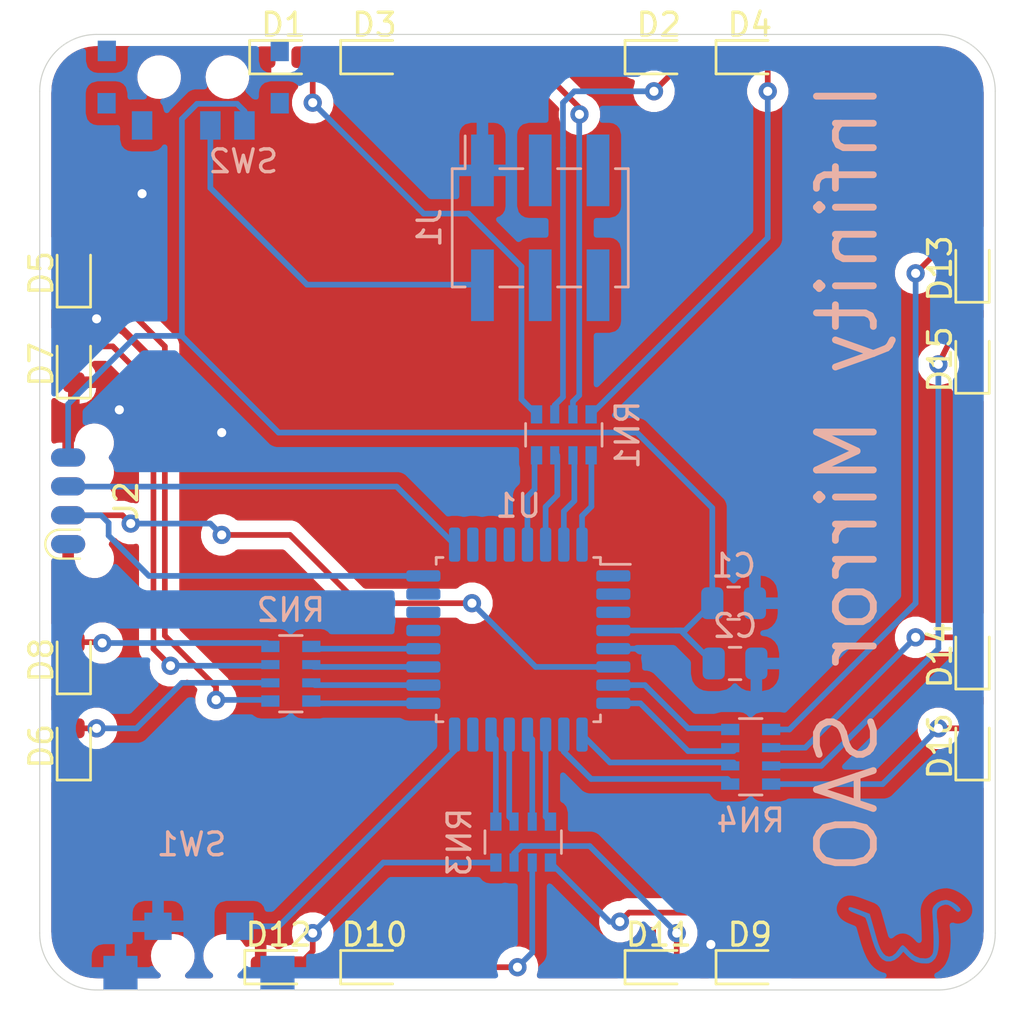
<source format=kicad_pcb>
(kicad_pcb (version 20200614) (host pcbnew "(5.99.0-2031-g4c5f3cb5b)")
  (layers (0 "F.Cu" signal) (31 "B.Cu" signal) (34 "B.Paste" user) (35 "F.Paste" user) (36 "B.SilkS" user) (37 "F.SilkS" user) (38 "B.Mask" user) (39 "F.Mask" user) (44 "Edge.Cuts" user))
  (net 0 "")
  (net 1 "VCC")
  (net 2 "VSS")
  (net 3 "Net-(D1-Pad2)")
  (net 4 "Net-(D2-Pad2)")
  (net 5 "Net-(D3-Pad2)")
  (net 6 "Net-(D4-Pad2)")
  (net 7 "Net-(D5-Pad2)")
  (net 8 "Net-(D6-Pad2)")
  (net 9 "Net-(D7-Pad2)")
  (net 10 "Net-(D8-Pad2)")
  (net 11 "Net-(D9-Pad2)")
  (net 12 "Net-(D10-Pad2)")
  (net 13 "Net-(D11-Pad2)")
  (net 14 "Net-(D12-Pad2)")
  (net 15 "Net-(D13-Pad2)")
  (net 16 "Net-(D14-Pad2)")
  (net 17 "Net-(D15-Pad2)")
  (net 18 "Net-(D16-Pad2)")
  (net 19 "Net-(J1-Pad6)")
  (net 20 "Net-(J1-Pad5)")
  (net 21 "Net-(J1-Pad4)")
  (net 22 "Net-(J1-Pad3)")
  (net 23 "SWDIO")
  (net 24 "SWCLK")
  (net 25 "NRST")
  (net 26 "Net-(J2-Pad3)")
  (net 27 "N_R1")
  (net 28 "N_B1")
  (net 29 "N_R2")
  (net 30 "N_B2")
  (net 31 "E_R1")
  (net 32 "E_B1")
  (net 33 "E_R2")
  (net 34 "E_B2")
  (net 35 "S_R1")
  (net 36 "S_B1")
  (net 37 "S_R2")
  (net 38 "S_B2")
  (net 39 "W_R1")
  (net 40 "W_B1")
  (net 41 "W_R2")
  (net 42 "W_B2")
  (net 43 "Button")
  (net 44 "Net-(SW2-Pad3)")
  (net 45 "Net-(U1-Pad28)")
  (net 46 "Net-(U1-Pad27)")
  (net 47 "Net-(U1-Pad26)")
  (net 48 "Net-(U1-Pad23)")
  (net 49 "Net-(U1-Pad22)")
  (net 50 "Net-(U1-Pad21)")
  (net 51 "Net-(U1-Pad15)")
  (net 52 "Net-(U1-Pad3)")
  (net 53 "Net-(U1-Pad2)")
  (net 54 "Net-(U1-Pad1)")
  (net 55 "Net-(J1-Pad2)")
  (net 56 "Net-(J2-Pad8)")
  (module "NFCBuisness:W" (layer "B.Cu") (at 126.5 72 180)
    (fp_text reference "Ref**" hide)
    (fp_text value "Val**" hide)
    (fp_poly (pts (xy -1.630587 2.420899) (xy -1.447524 2.328559) (xy -1.311592 2.194757) (xy -1.304211 2.183555) (xy -1.265704 2.11344) (xy -1.244213 2.038839) (xy -1.23774 1.938094) (xy -1.244287 1.789546) (xy -1.255088 1.651) (xy -1.268682 1.442824) (xy -1.279873 1.184894) (xy -1.287394 0.912114) (xy -1.289962 0.690936) (xy -1.289221 0.458958) (xy -1.284387 0.294975) (xy -1.273305 0.182336) (xy -1.25382 0.10439) (xy -1.223775 0.044488) (xy -1.202268 0.013603) (xy -1.116398 -0.071274) (xy -1.002822 -0.111004) (xy -0.929984 -0.119227) (xy -0.68211 -0.100096) (xy -0.454281 -0.00289) (xy -0.240656 0.175182) (xy -0.185776 0.236175) (xy -0.081108 0.349759) (xy 0.009066 0.431822) (xy 0.066141 0.465547) (xy 0.068112 0.465666) (xy 0.123755 0.432548) (xy 0.197182 0.348904) (xy 0.229505 0.301607) (xy 0.376869 0.110873) (xy 0.526913 -0.003226) (xy 0.674284 -0.03902) (xy 0.813631 0.005163) (xy 0.907971 0.089777) (xy 0.988653 0.198585) (xy 1.058934 0.326542) (xy 1.126082 0.490779) (xy 1.197364 0.708426) (xy 1.255985 0.910166) (xy 1.31545 1.12099) (xy 1.377683 1.340443) (xy 1.431333 1.528529) (xy 1.442246 1.566558) (xy 1.521416 1.84195) (xy 1.949565 2.005418) (xy 2.167567 2.084028) (xy 2.315998 2.126297) (xy 2.401001 2.133773) (xy 2.422145 2.124455) (xy 2.452677 2.065526) (xy 2.41974 2.005855) (xy 2.317286 1.940366) (xy 2.13927 1.863979) (xy 2.089887 1.8454) (xy 1.930263 1.78316) (xy 1.799296 1.726134) (xy 1.71927 1.684217) (xy 1.708527 1.676067) (xy 1.680315 1.619963) (xy 1.636526 1.498254) (xy 1.582553 1.327363) (xy 1.52379 1.123712) (xy 1.507251 1.063196) (xy 1.396737 0.68139) (xy 1.290651 0.376432) (xy 1.184846 0.140938) (xy 1.075173 -0.032475) (xy 0.957485 -0.15119) (xy 0.827635 -0.222591) (xy 0.776069 -0.238398) (xy 0.602379 -0.241191) (xy 0.418574 -0.174646) (xy 0.246259 -0.047924) (xy 0.192569 0.009056) (xy 0.041511 0.185533) (xy -0.128458 0.008645) (xy -0.312966 -0.157866) (xy -0.496288 -0.260737) (xy -0.709082 -0.314778) (xy -0.823587 -0.327186) (xy -0.981029 -0.333485) (xy -1.090094 -0.317957) (xy -1.185756 -0.27362) (xy -1.227666 -0.246552) (xy -1.355913 -0.118677) (xy -1.447302 0.068507) (xy -1.502345 0.318683) (xy -1.521551 0.635539) (xy -1.505431 1.022758) (xy -1.460818 1.436924) (xy -1.432055 1.688127) (xy -1.424811 1.871541) (xy -1.442863 2.002167) (xy -1.489991 2.095003) (xy -1.569973 2.165049) (xy -1.656298 2.212878) (xy -1.801342 2.257899) (xy -1.939703 2.239415) (xy -2.087459 2.15265) (xy -2.203421 2.05035) (xy -2.298884 1.96489) (xy -2.361491 1.934189) (xy -2.413708 1.94891) (xy -2.426473 1.957639) (xy -2.473927 2.002339) (xy -2.467648 2.051331) (xy -2.429475 2.110518) (xy -2.32004 2.223928) (xy -2.167499 2.330713) (xy -2.002595 2.413218) (xy -1.856072 2.453788) (xy -1.829026 2.455333) (xy -1.630587 2.420899)) (layer "B.Cu") (width 0.01))
  )
  (module "Connector_PinHeader_2.54mm:PinHeader_2x03_P2.54mm_Vertical_SMD" (layer "B.Cu") (at 110.5 40 -90)
    (fp_text reference "J1" (at 0 4.87 90) (layer "B.SilkS") (effects (justify mirror)))
    (fp_text value "Conn_02x03_Odd_Even")
    (fp_line (start 2.6 -0.76) (end 2.6 -1.78) (layer "B.SilkS") (width 0.12))
    (fp_line (start -2.6 -0.76) (end -2.6 -1.78) (layer "B.SilkS") (width 0.12))
    (fp_line (start 2.6 1.78) (end 2.6 0.76) (layer "B.SilkS") (width 0.12))
    (fp_line (start -2.6 1.78) (end -2.6 0.76) (layer "B.SilkS") (width 0.12))
    (fp_line (start 2.6 -3.3) (end 2.6 -3.87) (layer "B.SilkS") (width 0.12))
    (fp_line (start -2.6 -3.3) (end -2.6 -3.87) (layer "B.SilkS") (width 0.12))
    (fp_line (start 2.6 3.87) (end 2.6 3.3) (layer "B.SilkS") (width 0.12))
    (fp_line (start -2.6 3.87) (end -2.6 3.3) (layer "B.SilkS") (width 0.12))
    (fp_line (start -4.04 3.3) (end -2.6 3.3) (layer "B.SilkS") (width 0.12))
    (fp_line (start -2.6 -3.87) (end 2.6 -3.87) (layer "B.SilkS") (width 0.12))
    (fp_line (start -2.6 3.87) (end 2.6 3.87) (layer "B.SilkS") (width 0.12))
    (pad "6" smd rect (at 2.525 -2.54 270) (size 3.15 1) (layers "B.Cu" "B.Paste" "B.Mask") (net 19 "Net-(J1-Pad6)"))
    (pad "5" smd rect (at -2.525 -2.54 270) (size 3.15 1) (layers "B.Cu" "B.Paste" "B.Mask") (net 20 "Net-(J1-Pad5)"))
    (pad "4" smd rect (at 2.525 0 270) (size 3.15 1) (layers "B.Cu" "B.Paste" "B.Mask") (net 21 "Net-(J1-Pad4)"))
    (pad "3" smd rect (at -2.525 0 270) (size 3.15 1) (layers "B.Cu" "B.Paste" "B.Mask") (net 22 "Net-(J1-Pad3)"))
    (pad "2" smd rect (at 2.525 2.54 270) (size 3.15 1) (layers "B.Cu" "B.Paste" "B.Mask") (net 55 "Net-(J1-Pad2)"))
    (pad "1" smd rect (at -2.525 2.54 270) (size 3.15 1) (layers "B.Cu" "B.Paste" "B.Mask") (net 2 "VSS"))
  )
  (module "Package_QFP:LQFP-32_7x7mm_P0.8mm" (layer "B.Cu") (at 109.5375 58.1 180)
    (fp_text reference "U1" (at 0 5.88) (layer "B.SilkS") (effects (justify mirror)))
    (fp_text value "STM32G070KBT6")
    (fp_line (start -3.61 3.31) (end -4.925 3.31) (layer "B.SilkS") (width 0.12))
    (fp_line (start -3.61 3.61) (end -3.61 3.31) (layer "B.SilkS") (width 0.12))
    (fp_line (start -3.31 3.61) (end -3.61 3.61) (layer "B.SilkS") (width 0.12))
    (fp_line (start 3.61 3.61) (end 3.61 3.31) (layer "B.SilkS") (width 0.12))
    (fp_line (start 3.31 3.61) (end 3.61 3.61) (layer "B.SilkS") (width 0.12))
    (fp_line (start -3.61 -3.61) (end -3.61 -3.31) (layer "B.SilkS") (width 0.12))
    (fp_line (start -3.31 -3.61) (end -3.61 -3.61) (layer "B.SilkS") (width 0.12))
    (fp_line (start 3.61 -3.61) (end 3.61 -3.31) (layer "B.SilkS") (width 0.12))
    (fp_line (start 3.31 -3.61) (end 3.61 -3.61) (layer "B.SilkS") (width 0.12))
    (pad "32" smd roundrect (at -2.8 4.175 180) (size 0.5 1.5) (layers "B.Cu" "B.Paste" "B.Mask") (net 30 "N_B2"))
    (pad "31" smd roundrect (at -2 4.175 180) (size 0.5 1.5) (layers "B.Cu" "B.Paste" "B.Mask") (net 28 "N_B1"))
    (pad "30" smd roundrect (at -1.2 4.175 180) (size 0.5 1.5) (layers "B.Cu" "B.Paste" "B.Mask") (net 29 "N_R2"))
    (pad "29" smd roundrect (at -0.4 4.175 180) (size 0.5 1.5) (layers "B.Cu" "B.Paste" "B.Mask") (net 27 "N_R1"))
    (pad "28" smd roundrect (at 0.4 4.175 180) (size 0.5 1.5) (layers "B.Cu" "B.Paste" "B.Mask") (net 45 "Net-(U1-Pad28)"))
    (pad "27" smd roundrect (at 1.2 4.175 180) (size 0.5 1.5) (layers "B.Cu" "B.Paste" "B.Mask") (net 46 "Net-(U1-Pad27)"))
    (pad "26" smd roundrect (at 2 4.175 180) (size 0.5 1.5) (layers "B.Cu" "B.Paste" "B.Mask") (net 47 "Net-(U1-Pad26)"))
    (pad "25" smd roundrect (at 2.8 4.175 180) (size 0.5 1.5) (layers "B.Cu" "B.Paste" "B.Mask") (net 24 "SWCLK"))
    (pad "24" smd roundrect (at 4.175 2.8 180) (size 1.5 0.5) (layers "B.Cu" "B.Paste" "B.Mask") (net 23 "SWDIO"))
    (pad "23" smd roundrect (at 4.175 2 180) (size 1.5 0.5) (layers "B.Cu" "B.Paste" "B.Mask") (net 48 "Net-(U1-Pad23)"))
    (pad "22" smd roundrect (at 4.175 1.2 180) (size 1.5 0.5) (layers "B.Cu" "B.Paste" "B.Mask") (net 49 "Net-(U1-Pad22)"))
    (pad "21" smd roundrect (at 4.175 0.4 180) (size 1.5 0.5) (layers "B.Cu" "B.Paste" "B.Mask") (net 50 "Net-(U1-Pad21)"))
    (pad "20" smd roundrect (at 4.175 -0.4 180) (size 1.5 0.5) (layers "B.Cu" "B.Paste" "B.Mask") (net 34 "E_B2"))
    (pad "19" smd roundrect (at 4.175 -1.2 180) (size 1.5 0.5) (layers "B.Cu" "B.Paste" "B.Mask") (net 32 "E_B1"))
    (pad "18" smd roundrect (at 4.175 -2 180) (size 1.5 0.5) (layers "B.Cu" "B.Paste" "B.Mask") (net 33 "E_R2"))
    (pad "17" smd roundrect (at 4.175 -2.8 180) (size 1.5 0.5) (layers "B.Cu" "B.Paste" "B.Mask") (net 31 "E_R1"))
    (pad "16" smd roundrect (at 2.8 -4.175 180) (size 0.5 1.5) (layers "B.Cu" "B.Paste" "B.Mask") (net 43 "Button"))
    (pad "15" smd roundrect (at 2 -4.175 180) (size 0.5 1.5) (layers "B.Cu" "B.Paste" "B.Mask") (net 51 "Net-(U1-Pad15)"))
    (pad "14" smd roundrect (at 1.2 -4.175 180) (size 0.5 1.5) (layers "B.Cu" "B.Paste" "B.Mask") (net 38 "S_B2"))
    (pad "13" smd roundrect (at 0.4 -4.175 180) (size 0.5 1.5) (layers "B.Cu" "B.Paste" "B.Mask") (net 36 "S_B1"))
    (pad "12" smd roundrect (at -0.4 -4.175 180) (size 0.5 1.5) (layers "B.Cu" "B.Paste" "B.Mask") (net 37 "S_R2"))
    (pad "11" smd roundrect (at -1.2 -4.175 180) (size 0.5 1.5) (layers "B.Cu" "B.Paste" "B.Mask") (net 35 "S_R1"))
    (pad "10" smd roundrect (at -2 -4.175 180) (size 0.5 1.5) (layers "B.Cu" "B.Paste" "B.Mask") (net 42 "W_B2"))
    (pad "9" smd roundrect (at -2.8 -4.175 180) (size 0.5 1.5) (layers "B.Cu" "B.Paste" "B.Mask") (net 40 "W_B1"))
    (pad "8" smd roundrect (at -4.175 -2.8 180) (size 1.5 0.5) (layers "B.Cu" "B.Paste" "B.Mask") (net 41 "W_R2"))
    (pad "7" smd roundrect (at -4.175 -2 180) (size 1.5 0.5) (layers "B.Cu" "B.Paste" "B.Mask") (net 39 "W_R1"))
    (pad "6" smd roundrect (at -4.175 -1.2 180) (size 1.5 0.5) (layers "B.Cu" "B.Paste" "B.Mask") (net 25 "NRST"))
    (pad "5" smd roundrect (at -4.175 -0.4 180) (size 1.5 0.5) (layers "B.Cu" "B.Paste" "B.Mask") (net 2 "VSS"))
    (pad "4" smd roundrect (at -4.175 0.4 180) (size 1.5 0.5) (layers "B.Cu" "B.Paste" "B.Mask") (net 1 "VCC"))
    (pad "3" smd roundrect (at -4.175 1.2 180) (size 1.5 0.5) (layers "B.Cu" "B.Paste" "B.Mask") (net 52 "Net-(U1-Pad3)"))
    (pad "2" smd roundrect (at -4.175 2 180) (size 1.5 0.5) (layers "B.Cu" "B.Paste" "B.Mask") (net 53 "Net-(U1-Pad2)"))
    (pad "1" smd roundrect (at -4.175 2.8 180) (size 1.5 0.5) (layers "B.Cu" "B.Paste" "B.Mask") (net 54 "Net-(U1-Pad1)"))
  )
  (module "BreadBoardPwr:SK-3296S_switch" (layer "B.Cu") (at 95.25 33.375 180)
    (fp_text reference "SW2" (at -2.2 -3.7) (layer "B.SilkS") (effects (justify mirror)))
    (fp_text value "SW_DPDT_x2")
    (pad "" np_thru_hole circle (at -1.5 0 180) (size 0.9 0.9) (drill 0.9) (layers *.Cu *.Mask))
    (pad "" np_thru_hole circle (at 1.5 0 180) (size 0.9 0.9) (drill 0.9) (layers *.Cu *.Mask))
    (pad "3" smd rect (at 2.25 -2.125 180) (size 0.9 1.25) (layers "B.Cu" "B.Paste" "B.Mask") (net 44 "Net-(SW2-Pad3)"))
    (pad "2" smd rect (at -0.75 -2.125 180) (size 0.9 1.25) (layers "B.Cu" "B.Paste" "B.Mask") (net 55 "Net-(J1-Pad2)"))
    (pad "1" smd rect (at -2.25 -2.125 180) (size 0.9 1.25) (layers "B.Cu" "B.Paste" "B.Mask") (net 1 "VCC"))
    (pad "4" smd rect (at -3.8 -1.15 180) (size 0.8 0.9) (layers "B.Cu" "B.Paste" "B.Mask"))
    (pad "4" smd rect (at 3.81 -1.15 180) (size 0.8 0.9) (layers "B.Cu" "B.Paste" "B.Mask"))
    (pad "4" smd rect (at 3.8 1.15 180) (size 0.8 0.9) (layers "B.Cu" "B.Paste" "B.Mask"))
    (pad "4" smd rect (at -3.8 1.15 180) (size 0.8 0.9) (layers "B.Cu" "B.Paste" "B.Mask"))
  )
  (module "InfMirror:G71-Switch" (layer "B.Cu") (at 95.5 72)
    (fp_text reference "SW1" (at -0.325 -4.9 unlocked) (layer "B.SilkS") (effects (justify mirror)))
    (fp_text value "SW_Push")
    (pad "" smd custom (at 3.45 0.75) (size 1.5 1.5) (layers "B.Cu" "B.Paste" "B.Mask") (net 2 "VSS") (options (clearance outline) (anchor rect)) (primitives))
    (pad "" smd custom (at -3.45 0.75) (size 1.5 1.5) (layers "B.Cu" "B.Paste" "B.Mask") (net 2 "VSS") (options (clearance outline) (anchor rect)) (primitives))
    (pad "" np_thru_hole circle (at -1.15 0) (size 0.9 0.9) (drill 0.9) (layers *.Cu *.Mask))
    (pad "" np_thru_hole circle (at 1.15 0) (size 0.9 0.9) (drill 0.9) (layers *.Cu *.Mask))
    (pad "2" smd rect (at 1.8 -1.3) (size 1.2 1.2) (layers "B.Cu" "B.Paste" "B.Mask") (net 43 "Button"))
    (pad "1" smd rect (at -1.8 -1.3) (size 1.2 1.2) (layers "B.Cu" "B.Paste" "B.Mask") (net 2 "VSS"))
  )
  (module "Resistor_SMD:R_Array_Convex_4x0603" (layer "B.Cu") (at 119.75 63.25)
    (fp_text reference "RN4" (at 0 2.8 180) (layer "B.SilkS") (effects (justify mirror)))
    (fp_text value "R_Pack04")
    (fp_line (start 0.5 1.68) (end -0.5 1.68) (layer "B.SilkS") (width 0.12))
    (fp_line (start 0.5 -1.68) (end -0.5 -1.68) (layer "B.SilkS") (width 0.12))
    (pad "5" smd rect (at 0.9 -1.2) (size 0.8 0.5) (layers "B.Cu" "B.Paste" "B.Mask") (net 15 "Net-(D13-Pad2)"))
    (pad "6" smd rect (at 0.9 -0.4) (size 0.8 0.4) (layers "B.Cu" "B.Paste" "B.Mask") (net 16 "Net-(D14-Pad2)"))
    (pad "8" smd rect (at 0.9 1.2) (size 0.8 0.5) (layers "B.Cu" "B.Paste" "B.Mask") (net 18 "Net-(D16-Pad2)"))
    (pad "7" smd rect (at 0.9 0.4) (size 0.8 0.4) (layers "B.Cu" "B.Paste" "B.Mask") (net 17 "Net-(D15-Pad2)"))
    (pad "4" smd rect (at -0.9 -1.2) (size 0.8 0.5) (layers "B.Cu" "B.Paste" "B.Mask") (net 39 "W_R1"))
    (pad "2" smd rect (at -0.9 0.4) (size 0.8 0.4) (layers "B.Cu" "B.Paste" "B.Mask") (net 40 "W_B1"))
    (pad "3" smd rect (at -0.9 -0.4) (size 0.8 0.4) (layers "B.Cu" "B.Paste" "B.Mask") (net 41 "W_R2"))
    (pad "1" smd rect (at -0.9 1.2) (size 0.8 0.5) (layers "B.Cu" "B.Paste" "B.Mask") (net 42 "W_B2"))
  )
  (module "Resistor_SMD:R_Array_Convex_4x0603" (layer "B.Cu") (at 109.75 67 -90)
    (fp_text reference "RN3" (at 0 2.8 -90) (layer "B.SilkS") (effects (justify mirror)))
    (fp_text value "R_Pack04")
    (fp_line (start 0.5 1.68) (end -0.5 1.68) (layer "B.SilkS") (width 0.12))
    (fp_line (start 0.5 -1.68) (end -0.5 -1.68) (layer "B.SilkS") (width 0.12))
    (pad "5" smd rect (at 0.9 -1.2 270) (size 0.8 0.5) (layers "B.Cu" "B.Paste" "B.Mask") (net 11 "Net-(D9-Pad2)"))
    (pad "6" smd rect (at 0.9 -0.4 270) (size 0.8 0.4) (layers "B.Cu" "B.Paste" "B.Mask") (net 12 "Net-(D10-Pad2)"))
    (pad "8" smd rect (at 0.9 1.2 270) (size 0.8 0.5) (layers "B.Cu" "B.Paste" "B.Mask") (net 14 "Net-(D12-Pad2)"))
    (pad "7" smd rect (at 0.9 0.4 270) (size 0.8 0.4) (layers "B.Cu" "B.Paste" "B.Mask") (net 13 "Net-(D11-Pad2)"))
    (pad "4" smd rect (at -0.9 -1.2 270) (size 0.8 0.5) (layers "B.Cu" "B.Paste" "B.Mask") (net 35 "S_R1"))
    (pad "2" smd rect (at -0.9 0.4 270) (size 0.8 0.4) (layers "B.Cu" "B.Paste" "B.Mask") (net 36 "S_B1"))
    (pad "3" smd rect (at -0.9 -0.4 270) (size 0.8 0.4) (layers "B.Cu" "B.Paste" "B.Mask") (net 37 "S_R2"))
    (pad "1" smd rect (at -0.9 1.2 270) (size 0.8 0.5) (layers "B.Cu" "B.Paste" "B.Mask") (net 38 "S_B2"))
  )
  (module "Resistor_SMD:R_Array_Convex_4x0603" (layer "B.Cu") (at 99.5375 59.6 180)
    (fp_text reference "RN2" (at 0 2.8) (layer "B.SilkS") (effects (justify mirror)))
    (fp_text value "R_Pack04")
    (fp_line (start 0.5 1.68) (end -0.5 1.68) (layer "B.SilkS") (width 0.12))
    (fp_line (start 0.5 -1.68) (end -0.5 -1.68) (layer "B.SilkS") (width 0.12))
    (pad "5" smd rect (at 0.9 -1.2 180) (size 0.8 0.5) (layers "B.Cu" "B.Paste" "B.Mask") (net 7 "Net-(D5-Pad2)"))
    (pad "6" smd rect (at 0.9 -0.4 180) (size 0.8 0.4) (layers "B.Cu" "B.Paste" "B.Mask") (net 8 "Net-(D6-Pad2)"))
    (pad "8" smd rect (at 0.9 1.2 180) (size 0.8 0.5) (layers "B.Cu" "B.Paste" "B.Mask") (net 10 "Net-(D8-Pad2)"))
    (pad "7" smd rect (at 0.9 0.4 180) (size 0.8 0.4) (layers "B.Cu" "B.Paste" "B.Mask") (net 9 "Net-(D7-Pad2)"))
    (pad "4" smd rect (at -0.9 -1.2 180) (size 0.8 0.5) (layers "B.Cu" "B.Paste" "B.Mask") (net 31 "E_R1"))
    (pad "2" smd rect (at -0.9 0.4 180) (size 0.8 0.4) (layers "B.Cu" "B.Paste" "B.Mask") (net 32 "E_B1"))
    (pad "3" smd rect (at -0.9 -0.4 180) (size 0.8 0.4) (layers "B.Cu" "B.Paste" "B.Mask") (net 33 "E_R2"))
    (pad "1" smd rect (at -0.9 1.2 180) (size 0.8 0.5) (layers "B.Cu" "B.Paste" "B.Mask") (net 34 "E_B2"))
  )
  (module "Resistor_SMD:R_Array_Convex_4x0603" (layer "B.Cu") (at 111.5375 49.1 90)
    (fp_text reference "RN1" (at 0 2.8 270) (layer "B.SilkS") (effects (justify mirror)))
    (fp_text value "R_Pack04")
    (fp_line (start 0.5 1.68) (end -0.5 1.68) (layer "B.SilkS") (width 0.12))
    (fp_line (start 0.5 -1.68) (end -0.5 -1.68) (layer "B.SilkS") (width 0.12))
    (pad "5" smd rect (at 0.9 -1.2 90) (size 0.8 0.5) (layers "B.Cu" "B.Paste" "B.Mask") (net 3 "Net-(D1-Pad2)"))
    (pad "6" smd rect (at 0.9 -0.4 90) (size 0.8 0.4) (layers "B.Cu" "B.Paste" "B.Mask") (net 4 "Net-(D2-Pad2)"))
    (pad "8" smd rect (at 0.9 1.2 90) (size 0.8 0.5) (layers "B.Cu" "B.Paste" "B.Mask") (net 6 "Net-(D4-Pad2)"))
    (pad "7" smd rect (at 0.9 0.4 90) (size 0.8 0.4) (layers "B.Cu" "B.Paste" "B.Mask") (net 5 "Net-(D3-Pad2)"))
    (pad "4" smd rect (at -0.9 -1.2 90) (size 0.8 0.5) (layers "B.Cu" "B.Paste" "B.Mask") (net 27 "N_R1"))
    (pad "2" smd rect (at -0.9 0.4 90) (size 0.8 0.4) (layers "B.Cu" "B.Paste" "B.Mask") (net 28 "N_B1"))
    (pad "3" smd rect (at -0.9 -0.4 90) (size 0.8 0.4) (layers "B.Cu" "B.Paste" "B.Mask") (net 29 "N_R2"))
    (pad "1" smd rect (at -0.9 1.2 90) (size 0.8 0.5) (layers "B.Cu" "B.Paste" "B.Mask") (net 30 "N_B2"))
  )
  (module "MechanicalKeyboard:SOIC_clipProgSmall" (layer "F.Cu") (at 89 52 -90)
    (fp_text reference "J2" (at 0 -3.302 90) (layer "F.SilkS"))
    (fp_text value "Conn_02x04_Counter_Clockwise")
    (fp_arc (start 1.905 -0.381) (end 2.54 -0.381) (angle 180) (layer "F.SilkS") (width 0.1))
    (fp_line (start 2.54 -0.381) (end 2.54 -1.27) (layer "F.SilkS") (width 0.1))
    (fp_line (start 1.27 -0.381) (end 1.27 -1.27) (layer "F.SilkS") (width 0.1))
    (pad "" np_thru_hole circle (at 2.54 -1.905 270) (size 0.7 0.7) (drill 0.7) (layers *.Cu *.Mask))
    (pad "" np_thru_hole circle (at 1.27 -1.905 270) (size 0.7 0.7) (drill 0.7) (layers *.Cu *.Mask))
    (pad "" np_thru_hole circle (at 0 -1.905 270) (size 0.7 0.7) (drill 0.7) (layers *.Cu *.Mask))
    (pad "" np_thru_hole circle (at -1.27 -1.905 270) (size 0.7 0.7) (drill 0.7) (layers *.Cu *.Mask))
    (pad "" np_thru_hole circle (at -2.54 -1.905 270) (size 0.7 0.7) (drill 0.7) (layers *.Cu *.Mask))
    (pad "8" smd oval (at 1.905 -0.75 270) (size 0.8 1.5) (layers "B.Cu" "B.Mask") (net 56 "Net-(J2-Pad8)"))
    (pad "7" smd oval (at 0.635 -0.75 270) (size 0.8 1.5) (layers "B.Cu" "B.Mask") (net 23 "SWDIO"))
    (pad "6" smd oval (at -0.635 -0.75 270) (size 0.8 1.5) (layers "B.Cu" "B.Mask") (net 24 "SWCLK"))
    (pad "1" smd oval (at 1.905 -0.75 270) (size 0.8 1.5) (layers "F.Cu" "F.Mask") (net 2 "VSS"))
    (pad "2" smd oval (at 0.635 -0.75 270) (size 0.8 1.5) (layers "F.Cu" "F.Mask") (net 25 "NRST"))
    (pad "3" smd oval (at -0.635 -0.75 270) (size 0.8 1.5) (layers "F.Cu" "F.Mask") (net 26 "Net-(J2-Pad3)"))
    (pad "4" smd oval (at -1.905 -0.75 270) (size 0.8 1.5) (layers "F.Cu" "F.Mask") (net 2 "VSS"))
    (pad "5" smd oval (at -1.905 -0.75 270) (size 0.8 1.5) (layers "B.Cu" "B.Mask") (net 1 "VCC"))
  )
  (module "LED_SMD:LED_0603_1608Metric" (layer "F.Cu") (at 129.5 62.7875 90)
    (fp_text reference "D16" (at 0 -1.43 90) (layer "F.SilkS"))
    (fp_text value "LED_Small")
    (fp_line (start -1.485 0.735) (end 0.8 0.735) (layer "F.SilkS") (width 0.12))
    (fp_line (start -1.485 -0.735) (end -1.485 0.735) (layer "F.SilkS") (width 0.12))
    (fp_line (start 0.8 -0.735) (end -1.485 -0.735) (layer "F.SilkS") (width 0.12))
    (pad "2" smd roundrect (at 0.7875 0 90) (size 0.875 0.95) (layers "F.Cu" "F.Paste" "F.Mask") (net 18 "Net-(D16-Pad2)"))
    (pad "1" smd roundrect (at -0.7875 0 90) (size 0.875 0.95) (layers "F.Cu" "F.Paste" "F.Mask") (net 2 "VSS"))
  )
  (module "LED_SMD:LED_0603_1608Metric" (layer "F.Cu") (at 129.5 45.7875 90)
    (fp_text reference "D15" (at 0 -1.43 90) (layer "F.SilkS"))
    (fp_text value "LED_Small")
    (fp_line (start -1.485 0.735) (end 0.8 0.735) (layer "F.SilkS") (width 0.12))
    (fp_line (start -1.485 -0.735) (end -1.485 0.735) (layer "F.SilkS") (width 0.12))
    (fp_line (start 0.8 -0.735) (end -1.485 -0.735) (layer "F.SilkS") (width 0.12))
    (pad "2" smd roundrect (at 0.7875 0 90) (size 0.875 0.95) (layers "F.Cu" "F.Paste" "F.Mask") (net 17 "Net-(D15-Pad2)"))
    (pad "1" smd roundrect (at -0.7875 0 90) (size 0.875 0.95) (layers "F.Cu" "F.Paste" "F.Mask") (net 2 "VSS"))
  )
  (module "LED_SMD:LED_0603_1608Metric" (layer "F.Cu") (at 129.5 58.7875 90)
    (fp_text reference "D14" (at 0 -1.43 90) (layer "F.SilkS"))
    (fp_text value "LED_Small")
    (fp_line (start -1.485 0.735) (end 0.8 0.735) (layer "F.SilkS") (width 0.12))
    (fp_line (start -1.485 -0.735) (end -1.485 0.735) (layer "F.SilkS") (width 0.12))
    (fp_line (start 0.8 -0.735) (end -1.485 -0.735) (layer "F.SilkS") (width 0.12))
    (pad "2" smd roundrect (at 0.7875 0 90) (size 0.875 0.95) (layers "F.Cu" "F.Paste" "F.Mask") (net 16 "Net-(D14-Pad2)"))
    (pad "1" smd roundrect (at -0.7875 0 90) (size 0.875 0.95) (layers "F.Cu" "F.Paste" "F.Mask") (net 2 "VSS"))
  )
  (module "LED_SMD:LED_0603_1608Metric" (layer "F.Cu") (at 129.5 41.7875 90)
    (fp_text reference "D13" (at 0 -1.43 90) (layer "F.SilkS"))
    (fp_text value "LED_Small")
    (fp_line (start -1.485 0.735) (end 0.8 0.735) (layer "F.SilkS") (width 0.12))
    (fp_line (start -1.485 -0.735) (end -1.485 0.735) (layer "F.SilkS") (width 0.12))
    (fp_line (start 0.8 -0.735) (end -1.485 -0.735) (layer "F.SilkS") (width 0.12))
    (pad "2" smd roundrect (at 0.7875 0 90) (size 0.875 0.95) (layers "F.Cu" "F.Paste" "F.Mask") (net 15 "Net-(D13-Pad2)"))
    (pad "1" smd roundrect (at -0.7875 0 90) (size 0.875 0.95) (layers "F.Cu" "F.Paste" "F.Mask") (net 2 "VSS"))
  )
  (module "LED_SMD:LED_0603_1608Metric" (layer "F.Cu") (at 99 72.5)
    (fp_text reference "D12" (at 0 -1.43) (layer "F.SilkS"))
    (fp_text value "LED_Small")
    (fp_line (start -1.485 0.735) (end 0.8 0.735) (layer "F.SilkS") (width 0.12))
    (fp_line (start -1.485 -0.735) (end -1.485 0.735) (layer "F.SilkS") (width 0.12))
    (fp_line (start 0.8 -0.735) (end -1.485 -0.735) (layer "F.SilkS") (width 0.12))
    (pad "2" smd roundrect (at 0.7875 0) (size 0.875 0.95) (layers "F.Cu" "F.Paste" "F.Mask") (net 14 "Net-(D12-Pad2)"))
    (pad "1" smd roundrect (at -0.7875 0) (size 0.875 0.95) (layers "F.Cu" "F.Paste" "F.Mask") (net 2 "VSS"))
  )
  (module "LED_SMD:LED_0603_1608Metric" (layer "F.Cu") (at 115.7125 72.5)
    (fp_text reference "D11" (at 0 -1.43) (layer "F.SilkS"))
    (fp_text value "LED_Small")
    (fp_line (start -1.485 0.735) (end 0.8 0.735) (layer "F.SilkS") (width 0.12))
    (fp_line (start -1.485 -0.735) (end -1.485 0.735) (layer "F.SilkS") (width 0.12))
    (fp_line (start 0.8 -0.735) (end -1.485 -0.735) (layer "F.SilkS") (width 0.12))
    (pad "2" smd roundrect (at 0.7875 0) (size 0.875 0.95) (layers "F.Cu" "F.Paste" "F.Mask") (net 13 "Net-(D11-Pad2)"))
    (pad "1" smd roundrect (at -0.7875 0) (size 0.875 0.95) (layers "F.Cu" "F.Paste" "F.Mask") (net 2 "VSS"))
  )
  (module "LED_SMD:LED_0603_1608Metric" (layer "F.Cu") (at 103.2125 72.5)
    (fp_text reference "D10" (at 0 -1.43) (layer "F.SilkS"))
    (fp_text value "LED_Small")
    (fp_line (start -1.485 0.735) (end 0.8 0.735) (layer "F.SilkS") (width 0.12))
    (fp_line (start -1.485 -0.735) (end -1.485 0.735) (layer "F.SilkS") (width 0.12))
    (fp_line (start 0.8 -0.735) (end -1.485 -0.735) (layer "F.SilkS") (width 0.12))
    (pad "2" smd roundrect (at 0.7875 0) (size 0.875 0.95) (layers "F.Cu" "F.Paste" "F.Mask") (net 12 "Net-(D10-Pad2)"))
    (pad "1" smd roundrect (at -0.7875 0) (size 0.875 0.95) (layers "F.Cu" "F.Paste" "F.Mask") (net 2 "VSS"))
  )
  (module "LED_SMD:LED_0603_1608Metric" (layer "F.Cu") (at 119.7125 72.5)
    (fp_text reference "D9" (at 0 -1.43) (layer "F.SilkS"))
    (fp_text value "LED_Small")
    (fp_line (start -1.485 0.735) (end 0.8 0.735) (layer "F.SilkS") (width 0.12))
    (fp_line (start -1.485 -0.735) (end -1.485 0.735) (layer "F.SilkS") (width 0.12))
    (fp_line (start 0.8 -0.735) (end -1.485 -0.735) (layer "F.SilkS") (width 0.12))
    (pad "2" smd roundrect (at 0.7875 0) (size 0.875 0.95) (layers "F.Cu" "F.Paste" "F.Mask") (net 11 "Net-(D9-Pad2)"))
    (pad "1" smd roundrect (at -0.7875 0) (size 0.875 0.95) (layers "F.Cu" "F.Paste" "F.Mask") (net 2 "VSS"))
  )
  (module "LED_SMD:LED_0603_1608Metric" (layer "F.Cu") (at 90 59 90)
    (fp_text reference "D8" (at 0 -1.43 90) (layer "F.SilkS"))
    (fp_text value "LED_Small")
    (fp_line (start -1.485 0.735) (end 0.8 0.735) (layer "F.SilkS") (width 0.12))
    (fp_line (start -1.485 -0.735) (end -1.485 0.735) (layer "F.SilkS") (width 0.12))
    (fp_line (start 0.8 -0.735) (end -1.485 -0.735) (layer "F.SilkS") (width 0.12))
    (pad "2" smd roundrect (at 0.7875 0 90) (size 0.875 0.95) (layers "F.Cu" "F.Paste" "F.Mask") (net 10 "Net-(D8-Pad2)"))
    (pad "1" smd roundrect (at -0.7875 0 90) (size 0.875 0.95) (layers "F.Cu" "F.Paste" "F.Mask") (net 2 "VSS"))
  )
  (module "LED_SMD:LED_0603_1608Metric" (layer "F.Cu") (at 90 46 90)
    (fp_text reference "D7" (at 0 -1.43 90) (layer "F.SilkS"))
    (fp_text value "LED_Small")
    (fp_line (start -1.485 0.735) (end 0.8 0.735) (layer "F.SilkS") (width 0.12))
    (fp_line (start -1.485 -0.735) (end -1.485 0.735) (layer "F.SilkS") (width 0.12))
    (fp_line (start 0.8 -0.735) (end -1.485 -0.735) (layer "F.SilkS") (width 0.12))
    (pad "2" smd roundrect (at 0.7875 0 90) (size 0.875 0.95) (layers "F.Cu" "F.Paste" "F.Mask") (net 9 "Net-(D7-Pad2)"))
    (pad "1" smd roundrect (at -0.7875 0 90) (size 0.875 0.95) (layers "F.Cu" "F.Paste" "F.Mask") (net 2 "VSS"))
  )
  (module "LED_SMD:LED_0603_1608Metric" (layer "F.Cu") (at 90 62.7875 90)
    (fp_text reference "D6" (at 0 -1.43 90) (layer "F.SilkS"))
    (fp_text value "LED_Small")
    (fp_line (start -1.485 0.735) (end 0.8 0.735) (layer "F.SilkS") (width 0.12))
    (fp_line (start -1.485 -0.735) (end -1.485 0.735) (layer "F.SilkS") (width 0.12))
    (fp_line (start 0.8 -0.735) (end -1.485 -0.735) (layer "F.SilkS") (width 0.12))
    (pad "2" smd roundrect (at 0.7875 0 90) (size 0.875 0.95) (layers "F.Cu" "F.Paste" "F.Mask") (net 8 "Net-(D6-Pad2)"))
    (pad "1" smd roundrect (at -0.7875 0 90) (size 0.875 0.95) (layers "F.Cu" "F.Paste" "F.Mask") (net 2 "VSS"))
  )
  (module "LED_SMD:LED_0603_1608Metric" (layer "F.Cu") (at 90 42 90)
    (fp_text reference "D5" (at 0 -1.43 90) (layer "F.SilkS"))
    (fp_text value "LED_Small")
    (fp_line (start -1.485 0.735) (end 0.8 0.735) (layer "F.SilkS") (width 0.12))
    (fp_line (start -1.485 -0.735) (end -1.485 0.735) (layer "F.SilkS") (width 0.12))
    (fp_line (start 0.8 -0.735) (end -1.485 -0.735) (layer "F.SilkS") (width 0.12))
    (pad "2" smd roundrect (at 0.7875 0 90) (size 0.875 0.95) (layers "F.Cu" "F.Paste" "F.Mask") (net 7 "Net-(D5-Pad2)"))
    (pad "1" smd roundrect (at -0.7875 0 90) (size 0.875 0.95) (layers "F.Cu" "F.Paste" "F.Mask") (net 2 "VSS"))
  )
  (module "LED_SMD:LED_0603_1608Metric" (layer "F.Cu") (at 119.7125 32.5)
    (fp_text reference "D4" (at 0 -1.43) (layer "F.SilkS"))
    (fp_text value "LED_Small")
    (fp_line (start -1.485 0.735) (end 0.8 0.735) (layer "F.SilkS") (width 0.12))
    (fp_line (start -1.485 -0.735) (end -1.485 0.735) (layer "F.SilkS") (width 0.12))
    (fp_line (start 0.8 -0.735) (end -1.485 -0.735) (layer "F.SilkS") (width 0.12))
    (pad "2" smd roundrect (at 0.7875 0) (size 0.875 0.95) (layers "F.Cu" "F.Paste" "F.Mask") (net 6 "Net-(D4-Pad2)"))
    (pad "1" smd roundrect (at -0.7875 0) (size 0.875 0.95) (layers "F.Cu" "F.Paste" "F.Mask") (net 2 "VSS"))
  )
  (module "LED_SMD:LED_0603_1608Metric" (layer "F.Cu") (at 103.2125 32.5)
    (fp_text reference "D3" (at 0 -1.43) (layer "F.SilkS"))
    (fp_text value "LED_Small")
    (fp_line (start -1.485 0.735) (end 0.8 0.735) (layer "F.SilkS") (width 0.12))
    (fp_line (start -1.485 -0.735) (end -1.485 0.735) (layer "F.SilkS") (width 0.12))
    (fp_line (start 0.8 -0.735) (end -1.485 -0.735) (layer "F.SilkS") (width 0.12))
    (pad "2" smd roundrect (at 0.7875 0) (size 0.875 0.95) (layers "F.Cu" "F.Paste" "F.Mask") (net 5 "Net-(D3-Pad2)"))
    (pad "1" smd roundrect (at -0.7875 0) (size 0.875 0.95) (layers "F.Cu" "F.Paste" "F.Mask") (net 2 "VSS"))
  )
  (module "LED_SMD:LED_0603_1608Metric" (layer "F.Cu") (at 115.7125 32.5)
    (fp_text reference "D2" (at 0 -1.43) (layer "F.SilkS"))
    (fp_text value "LED_Small")
    (fp_line (start -1.485 0.735) (end 0.8 0.735) (layer "F.SilkS") (width 0.12))
    (fp_line (start -1.485 -0.735) (end -1.485 0.735) (layer "F.SilkS") (width 0.12))
    (fp_line (start 0.8 -0.735) (end -1.485 -0.735) (layer "F.SilkS") (width 0.12))
    (pad "2" smd roundrect (at 0.7875 0) (size 0.875 0.95) (layers "F.Cu" "F.Paste" "F.Mask") (net 4 "Net-(D2-Pad2)"))
    (pad "1" smd roundrect (at -0.7875 0) (size 0.875 0.95) (layers "F.Cu" "F.Paste" "F.Mask") (net 2 "VSS"))
  )
  (module "LED_SMD:LED_0603_1608Metric" (layer "F.Cu") (at 99.2125 32.5)
    (fp_text reference "D1" (at 0 -1.43) (layer "F.SilkS"))
    (fp_text value "LED_Small")
    (fp_line (start -1.485 0.735) (end 0.8 0.735) (layer "F.SilkS") (width 0.12))
    (fp_line (start -1.485 -0.735) (end -1.485 0.735) (layer "F.SilkS") (width 0.12))
    (fp_line (start 0.8 -0.735) (end -1.485 -0.735) (layer "F.SilkS") (width 0.12))
    (pad "2" smd roundrect (at 0.7875 0) (size 0.875 0.95) (layers "F.Cu" "F.Paste" "F.Mask") (net 3 "Net-(D1-Pad2)"))
    (pad "1" smd roundrect (at -0.7875 0) (size 0.875 0.95) (layers "F.Cu" "F.Paste" "F.Mask") (net 2 "VSS"))
  )
  (module "Capacitor_SMD:C_0805_2012Metric" (layer "B.Cu") (at 119.0625 59.15 180)
    (fp_text reference "C2" (at 0 1.65) (layer "B.SilkS") (effects (justify mirror)))
    (fp_text value "100nF")
    (fp_line (start -0.258578 -0.71) (end 0.258578 -0.71) (layer "B.SilkS") (width 0.12))
    (fp_line (start -0.258578 0.71) (end 0.258578 0.71) (layer "B.SilkS") (width 0.12))
    (pad "2" smd roundrect (at 0.9375 0 180) (size 0.975 1.4) (layers "B.Cu" "B.Paste" "B.Mask") (net 1 "VCC"))
    (pad "1" smd roundrect (at -0.9375 0 180) (size 0.975 1.4) (layers "B.Cu" "B.Paste" "B.Mask") (net 2 "VSS"))
  )
  (module "Capacitor_SMD:C_0805_2012Metric" (layer "B.Cu") (at 119 56.5 180)
    (fp_text reference "C1" (at 0 1.65) (layer "B.SilkS") (effects (justify mirror)))
    (fp_text value "4.7uF")
    (fp_line (start -0.258578 -0.71) (end 0.258578 -0.71) (layer "B.SilkS") (width 0.12))
    (fp_line (start -0.258578 0.71) (end 0.258578 0.71) (layer "B.SilkS") (width 0.12))
    (pad "2" smd roundrect (at 0.9375 0 180) (size 0.975 1.4) (layers "B.Cu" "B.Paste" "B.Mask") (net 1 "VCC"))
    (pad "1" smd roundrect (at -0.9375 0 180) (size 0.975 1.4) (layers "B.Cu" "B.Paste" "B.Mask") (net 2 "VSS"))
  )
  (gr_arc (start 91 71) (end 88.5 71) (angle -90) (layer "Edge.Cuts") (width 0.05))
  (gr_arc (start 128 71) (end 128 73.5) (angle -90) (layer "Edge.Cuts") (width 0.05))
  (gr_arc (start 128 34) (end 130.5 34) (angle -90) (layer "Edge.Cuts") (width 0.05))
  (gr_arc (start 91 34) (end 91 31.5) (angle -90) (layer "Edge.Cuts") (width 0.05))
  (gr_text "Infinity Mirror SAO" (at 124 51 90) (layer "B.SilkS") (effects (font (size 2.5 2.5) (thickness 0.3)) (justify mirror)))
  (gr_line (start 91 73.5) (end 128 73.5) (layer "Edge.Cuts") (width 0.05))
  (gr_line (start 88.5 71) (end 88.5 34) (layer "Edge.Cuts") (width 0.05))
  (gr_line (start 130.5 71) (end 130.5 34) (layer "Edge.Cuts") (width 0.05))
  (gr_line (start 91 31.5) (end 128 31.5) (layer "Edge.Cuts") (width 0.05))
  (via (at 93 38.5) (size 0.8) (drill 0.4) (layers "F.Cu" "B.Cu") (net 2))
  (via (at 118 71.5) (size 0.8) (drill 0.4) (layers "F.Cu" "B.Cu") (net 2))
  (via (at 92 48) (size 0.8) (drill 0.4) (layers "F.Cu" "B.Cu") (net 2))
  (via (at 96.5 49) (size 0.8) (drill 0.4) (layers "F.Cu" "B.Cu") (net 2))
  (via (at 91 44) (size 0.8) (drill 0.4) (layers "F.Cu" "B.Cu") (net 2))
  (segment (start 106.7375 53.925) (end 104.187499 51.374999) (width 0.25) (layer "B.Cu") (net 24))
  (segment (start 104.187499 51.374999) (end 89.759999 51.374999) (width 0.25) (layer "B.Cu") (net 24))
  (segment (start 89.759999 51.374999) (end 89.75 51.365) (width 0.25) (layer "B.Cu") (net 24))
  (segment (start 105.3625 55.3) (end 93.3 55.3) (width 0.25) (layer "B.Cu") (net 23))
  (segment (start 93.3 55.3) (end 91.530001 53.530001) (width 0.25) (layer "B.Cu") (net 23))
  (segment (start 91.530001 53.530001) (end 91.530001 52.969999) (width 0.25) (layer "B.Cu") (net 23))
  (segment (start 91.530001 52.969999) (end 91.195002 52.635) (width 0.25) (layer "B.Cu") (net 23))
  (segment (start 91.195002 52.635) (end 89.75 52.635) (width 0.25) (layer "B.Cu") (net 23))
  (segment (start 94.75 44.75) (end 92.75 44.75) (width 0.25) (layer "B.Cu") (net 1))
  (segment (start 92.75 44.75) (end 89.75 47.75) (width 0.25) (layer "B.Cu") (net 1))
  (segment (start 89.75 47.75) (end 89.75 50.095) (width 0.25) (layer "B.Cu") (net 1))
  (via (at 96.5 53.5) (size 0.8) (drill 0.4) (layers "F.Cu" "B.Cu") (net 25))
  (segment (start 96 53) (end 96.5 53.5) (width 0.25) (layer "B.Cu") (net 25))
  (segment (start 96.5 53.5) (end 99.5 53.5) (width 0.25) (layer "F.Cu") (net 25))
  (segment (start 92.5 53) (end 96 53) (width 0.25) (layer "B.Cu") (net 25))
  (segment (start 89.75 52.635) (end 92.135 52.635) (width 0.25) (layer "F.Cu") (net 25))
  (segment (start 92.135 52.635) (end 92.5 53) (width 0.25) (layer "F.Cu") (net 25))
  (via (at 92.5 53) (size 0.8) (drill 0.4) (layers "F.Cu" "B.Cu") (net 25))
  (segment (start 99.5 53.5) (end 102 56) (width 0.25) (layer "F.Cu") (net 25))
  (segment (start 90 45.2125) (end 91.7125 45.2125) (width 0.25) (layer "F.Cu") (net 9))
  (segment (start 91.7125 45.2125) (end 93.5 47) (width 0.25) (layer "F.Cu") (net 9))
  (segment (start 93.5 47) (end 93.5 58.5) (width 0.25) (layer "F.Cu") (net 9))
  (segment (start 93.5 58.5) (end 94.25 59.25) (width 0.25) (layer "F.Cu") (net 9))
  (segment (start 90 41.2125) (end 94 45.2125) (width 0.25) (layer "F.Cu") (net 7))
  (segment (start 94 45.2125) (end 94 57.926998) (width 0.25) (layer "F.Cu") (net 7))
  (segment (start 94 57.926998) (end 96.25 60.176998) (width 0.25) (layer "F.Cu") (net 7))
  (segment (start 96.25 60.176998) (end 96.25 60.75) (width 0.25) (layer "F.Cu") (net 7))
  (segment (start 97.5 35.5) (end 97.5 34.875) (width 0.25) (layer "B.Cu") (net 1))
  (segment (start 99 49) (end 114.75 49) (width 0.25) (layer "B.Cu") (net 1))
  (segment (start 97.5 34.875) (end 97.17499 34.54999) (width 0.25) (layer "B.Cu") (net 1))
  (segment (start 97.17499 34.54999) (end 95.415376 34.54999) (width 0.25) (layer "B.Cu") (net 1))
  (segment (start 95.415376 34.54999) (end 94.75 35.215366) (width 0.25) (layer "B.Cu") (net 1))
  (segment (start 94.75 44.75) (end 99 49) (width 0.25) (layer "B.Cu") (net 1))
  (segment (start 94.75 35.215366) (end 94.75 44.75) (width 0.25) (layer "B.Cu") (net 1))
  (segment (start 114.75 49) (end 118.0625 52.3125) (width 0.25) (layer "B.Cu") (net 1))
  (segment (start 118.0625 52.3125) (end 118.0625 56.5) (width 0.25) (layer "B.Cu") (net 1))
  (segment (start 102.5 56.5) (end 102 56) (width 0.25) (layer "F.Cu") (net 25))
  (segment (start 113.7125 59.3) (end 110.3 59.3) (width 0.25) (layer "B.Cu") (net 25))
  (segment (start 110.3 59.3) (end 107.5 56.5) (width 0.25) (layer "B.Cu") (net 25))
  (segment (start 107.5 56.5) (end 102.5 56.5) (width 0.25) (layer "F.Cu") (net 25))
  (via (at 107.5 56.5) (size 0.8) (drill 0.4) (layers "F.Cu" "B.Cu") (net 25))
  (segment (start 113.7125 58.5) (end 115.5 58.5) (width 0.25) (layer "B.Cu") (net 2))
  (segment (start 112.21499 35.022663) (end 112.21499 34.71499) (width 0.25) (layer "F.Cu") (net 5))
  (segment (start 111.9375 48.2) (end 111.9375 47.63641) (width 0.25) (layer "B.Cu") (net 5))
  (segment (start 111.9375 47.63641) (end 112.21499 47.35892) (width 0.25) (layer "B.Cu") (net 5))
  (segment (start 112.21499 47.35892) (end 112.21499 35.022663) (width 0.25) (layer "B.Cu") (net 5))
  (via (at 112.225 35.012653) (size 0.8) (drill 0.4) (layers "F.Cu" "B.Cu") (net 5))
  (segment (start 110 32.5) (end 104 32.5) (width 0.25) (layer "F.Cu") (net 5))
  (segment (start 112.21499 34.71499) (end 110 32.5) (width 0.25) (layer "F.Cu") (net 5))
  (via (at 120.5 34) (size 0.8) (drill 0.4) (layers "F.Cu" "B.Cu") (net 6))
  (segment (start 118.4375 42.5) (end 120.5 40.4375) (width 0.25) (layer "B.Cu") (net 6))
  (segment (start 120.5 40.4375) (end 120.5 34) (width 0.25) (layer "B.Cu") (net 6))
  (segment (start 112.7375 48.2) (end 118.4375 42.5) (width 0.25) (layer "B.Cu") (net 6))
  (segment (start 120.5 34) (end 120.5 32.5) (width 0.25) (layer "F.Cu") (net 6))
  (segment (start 115.5 34) (end 116.5 33) (width 0.25) (layer "F.Cu") (net 4))
  (segment (start 116.5 33) (end 116.5 32.5) (width 0.25) (layer "F.Cu") (net 4))
  (via (at 115.5 34) (size 0.8) (drill 0.4) (layers "F.Cu" "B.Cu") (net 4))
  (segment (start 111.5 34.5) (end 112 34) (width 0.25) (layer "B.Cu") (net 4))
  (segment (start 111.5 47.4375) (end 111.5 36.480366) (width 0.25) (layer "B.Cu") (net 4))
  (segment (start 111.1375 48.2) (end 111.1375 47.8) (width 0.25) (layer "B.Cu") (net 4))
  (segment (start 111.1375 47.8) (end 111.5 47.4375) (width 0.25) (layer "B.Cu") (net 4))
  (segment (start 112 34) (end 115.5 34) (width 0.25) (layer "B.Cu") (net 4))
  (segment (start 111.5 36.480366) (end 111.5 34.5) (width 0.25) (layer "B.Cu") (net 4))
  (via (at 100.5 34.5) (size 0.8) (drill 0.4) (layers "F.Cu" "B.Cu") (net 3))
  (segment (start 100.5 33) (end 100 32.5) (width 0.25) (layer "F.Cu") (net 3))
  (segment (start 105.37501 39.37501) (end 100.5 34.5) (width 0.25) (layer "B.Cu") (net 3))
  (segment (start 107.344646 39.37501) (end 105.37501 39.37501) (width 0.25) (layer "B.Cu") (net 3))
  (segment (start 109.67499 41.705354) (end 107.344646 39.37501) (width 0.25) (layer "B.Cu") (net 3))
  (segment (start 109.67499 47.53749) (end 109.67499 41.705354) (width 0.25) (layer "B.Cu") (net 3))
  (segment (start 110.3375 48.2) (end 109.67499 47.53749) (width 0.25) (layer "B.Cu") (net 3))
  (segment (start 100.5 34.5) (end 100.5 33) (width 0.25) (layer "F.Cu") (net 3))
  (segment (start 127 42) (end 128 41) (width 0.25) (layer "F.Cu") (net 15))
  (segment (start 120.65 62.05) (end 121.45 62.05) (width 0.25) (layer "B.Cu") (net 15))
  (segment (start 128 41) (end 129.5 41) (width 0.25) (layer "F.Cu") (net 15))
  (segment (start 121.45 62.05) (end 127 56.5) (width 0.25) (layer "B.Cu") (net 15))
  (segment (start 127 56.5) (end 127 42) (width 0.25) (layer "B.Cu") (net 15))
  (via (at 127 42) (size 0.8) (drill 0.4) (layers "F.Cu" "B.Cu") (net 15))
  (via (at 127 58) (size 0.8) (drill 0.4) (layers "F.Cu" "B.Cu") (net 16))
  (segment (start 122.15 62.85) (end 127 58) (width 0.25) (layer "B.Cu") (net 16))
  (segment (start 120.65 62.85) (end 122.15 62.85) (width 0.25) (layer "B.Cu") (net 16))
  (segment (start 127 58) (end 129.5 58) (width 0.25) (layer "F.Cu") (net 16))
  (segment (start 128 46) (end 128.5 45) (width 0.25) (layer "F.Cu") (net 17))
  (segment (start 128.5 45) (end 129.5 45) (width 0.25) (layer "F.Cu") (net 17))
  (segment (start 120.65 63.65) (end 122.85 63.65) (width 0.25) (layer "B.Cu") (net 17))
  (segment (start 122.85 63.65) (end 128 58.5) (width 0.25) (layer "B.Cu") (net 17))
  (segment (start 128 58.5) (end 128 46) (width 0.25) (layer "B.Cu") (net 17))
  (via (at 128 46) (size 0.8) (drill 0.4) (layers "F.Cu" "B.Cu") (net 17))
  (via (at 128 62) (size 0.8) (drill 0.4) (layers "F.Cu" "B.Cu") (net 18))
  (segment (start 125.55 64.45) (end 128 62) (width 0.25) (layer "B.Cu") (net 18))
  (segment (start 120.65 64.45) (end 125.55 64.45) (width 0.25) (layer "B.Cu") (net 18))
  (segment (start 128 62) (end 129.5 62) (width 0.25) (layer "F.Cu") (net 18))
  (via (at 114 70.5) (size 0.8) (drill 0.4) (layers "F.Cu" "B.Cu") (net 11))
  (segment (start 114 70.5) (end 114.399999 70.100001) (width 0.25) (layer "F.Cu") (net 11))
  (segment (start 113.55 70.5) (end 114 70.5) (width 0.25) (layer "B.Cu") (net 11))
  (segment (start 110.95 67.9) (end 113.55 70.5) (width 0.25) (layer "B.Cu") (net 11))
  (segment (start 118.100001 70.100001) (end 120.5 72.5) (width 0.25) (layer "F.Cu") (net 11))
  (segment (start 114.399999 70.100001) (end 118.100001 70.100001) (width 0.25) (layer "F.Cu") (net 11))
  (via (at 116.5 71) (size 0.8) (drill 0.4) (layers "F.Cu" "B.Cu") (net 13))
  (segment (start 112.67499 67.17499) (end 116.5 71) (width 0.25) (layer "B.Cu") (net 13))
  (segment (start 109.675011 67.17499) (end 112.67499 67.17499) (width 0.25) (layer "B.Cu") (net 13))
  (segment (start 109.35 67.500001) (end 109.675011 67.17499) (width 0.25) (layer "B.Cu") (net 13))
  (segment (start 109.35 67.9) (end 109.35 67.500001) (width 0.25) (layer "B.Cu") (net 13))
  (segment (start 116.5 71) (end 116.5 72.5) (width 0.25) (layer "F.Cu") (net 13))
  (via (at 109.5 72.5) (size 0.8) (drill 0.4) (layers "F.Cu" "B.Cu") (net 12))
  (segment (start 110.15 71.85) (end 109.5 72.5) (width 0.25) (layer "B.Cu") (net 12))
  (segment (start 110.15 67.9) (end 110.15 71.85) (width 0.25) (layer "B.Cu") (net 12))
  (segment (start 109.5 72.5) (end 104 72.5) (width 0.25) (layer "F.Cu") (net 12))
  (via (at 100.5 71) (size 0.8) (drill 0.4) (layers "F.Cu" "B.Cu") (net 14))
  (segment (start 103.6 67.9) (end 100.5 71) (width 0.25) (layer "B.Cu") (net 14))
  (segment (start 108.55 67.9) (end 103.6 67.9) (width 0.25) (layer "B.Cu") (net 14))
  (segment (start 100.5 71) (end 100.5 71.7875) (width 0.25) (layer "F.Cu") (net 14))
  (segment (start 100.5 71.7875) (end 99.7875 72.5) (width 0.25) (layer "F.Cu") (net 14))
  (segment (start 112.73749 64.22499) (end 118.72499 64.22499) (width 0.25) (layer "B.Cu") (net 42))
  (segment (start 111.5375 63.025) (end 112.73749 64.22499) (width 0.25) (layer "B.Cu") (net 42))
  (segment (start 111.5375 62.275) (end 111.5375 63.025) (width 0.25) (layer "B.Cu") (net 42))
  (segment (start 118.72499 64.22499) (end 119 64.5) (width 0.25) (layer "B.Cu") (net 42))
  (segment (start 112.3375 62.275) (end 113.5625 63.5) (width 0.25) (layer "B.Cu") (net 40))
  (segment (start 113.5625 63.5) (end 119 63.5) (width 0.25) (layer "B.Cu") (net 40))
  (segment (start 114.9 60.9) (end 117 63) (width 0.25) (layer "B.Cu") (net 41))
  (segment (start 113.7125 60.9) (end 114.9 60.9) (width 0.25) (layer "B.Cu") (net 41))
  (segment (start 117 63) (end 119 63) (width 0.25) (layer "B.Cu") (net 41))
  (segment (start 117 62) (end 119 62) (width 0.25) (layer "B.Cu") (net 39))
  (segment (start 113.7125 60.1) (end 115.1 60.1) (width 0.25) (layer "B.Cu") (net 39))
  (segment (start 115.1 60.1) (end 117 62) (width 0.25) (layer "B.Cu") (net 39))
  (segment (start 97.3 70.7) (end 99.009634 70.7) (width 0.25) (layer "B.Cu") (net 43))
  (segment (start 99.009634 70.7) (end 106.7375 62.972134) (width 0.25) (layer "B.Cu") (net 43))
  (segment (start 106.7375 62.972134) (end 106.7375 62.275) (width 0.25) (layer "B.Cu") (net 43))
  (segment (start 110.7375 62.275) (end 110.7375 65.8875) (width 0.25) (layer "B.Cu") (net 35))
  (segment (start 110.7375 65.8875) (end 110.95 66.1) (width 0.25) (layer "B.Cu") (net 35))
  (segment (start 110.15 66.1) (end 110.15 62.4875) (width 0.25) (layer "B.Cu") (net 37))
  (segment (start 110.15 62.4875) (end 109.9375 62.275) (width 0.25) (layer "B.Cu") (net 37))
  (segment (start 109.1375 62.275) (end 109.1375 65.8875) (width 0.25) (layer "B.Cu") (net 36))
  (segment (start 109.1375 65.8875) (end 109.35 66.1) (width 0.25) (layer "B.Cu") (net 36))
  (segment (start 108.55 66.1) (end 108.55 62.4875) (width 0.25) (layer "B.Cu") (net 38))
  (segment (start 108.55 62.4875) (end 108.3375 62.275) (width 0.25) (layer "B.Cu") (net 38))
  (segment (start 109.9375 51.8125) (end 110.25 51.5) (width 0.25) (layer "B.Cu") (net 27))
  (segment (start 109.9375 53.925) (end 109.9375 51.8125) (width 0.25) (layer "B.Cu") (net 27))
  (segment (start 110.25 51.5) (end 110.25 50) (width 0.25) (layer "B.Cu") (net 27))
  (segment (start 110.7375 52.2625) (end 111.25 51.75) (width 0.25) (layer "B.Cu") (net 29))
  (segment (start 111.25 51.75) (end 111.25 50) (width 0.25) (layer "B.Cu") (net 29))
  (segment (start 110.7375 53.925) (end 110.7375 52.2625) (width 0.25) (layer "B.Cu") (net 29))
  (segment (start 111.5375 52.4625) (end 112 52) (width 0.25) (layer "B.Cu") (net 28))
  (segment (start 111.5375 53.925) (end 111.5375 52.4625) (width 0.25) (layer "B.Cu") (net 28))
  (segment (start 112 52) (end 112 50) (width 0.25) (layer "B.Cu") (net 28))
  (segment (start 112.3375 52.6625) (end 112.75 52.25) (width 0.25) (layer "B.Cu") (net 30))
  (segment (start 112.3375 53.925) (end 112.3375 52.6625) (width 0.25) (layer "B.Cu") (net 30))
  (segment (start 112.75 52.25) (end 112.75 50) (width 0.25) (layer "B.Cu") (net 30))
  (segment (start 116.675 57.7) (end 116.45 57.7) (width 0.25) (layer "B.Cu") (net 1))
  (segment (start 116.45 57.7) (end 113.7125 57.7) (width 0.25) (layer "B.Cu") (net 1))
  (segment (start 118.0625 56.5) (end 116.8625 57.7) (width 0.25) (layer "B.Cu") (net 1))
  (segment (start 116.8625 57.7) (end 116.45 57.7) (width 0.25) (layer "B.Cu") (net 1))
  (segment (start 118.125 59.15) (end 116.675 57.7) (width 0.25) (layer "B.Cu") (net 1))
  (segment (start 96 38.25) (end 100.25 42.5) (width 0.25) (layer "B.Cu") (net 55))
  (segment (start 96 35.5) (end 96 38.25) (width 0.25) (layer "B.Cu") (net 55))
  (segment (start 100.25 42.5) (end 108 42.5) (width 0.25) (layer "B.Cu") (net 55))
  (segment (start 96.25 60.75) (end 98.5 60.75) (width 0.25) (layer "B.Cu") (net 7))
  (via (at 96.25 60.75) (size 0.8) (drill 0.4) (layers "F.Cu" "B.Cu") (net 7))
  (segment (start 94.25 59.25) (end 98.5 59.25) (width 0.25) (layer "B.Cu") (net 9))
  (via (at 94.25 59.25) (size 0.8) (drill 0.4) (layers "F.Cu" "B.Cu") (net 9))
  (segment (start 91 62) (end 92.75 62) (width 0.25) (layer "B.Cu") (net 8))
  (segment (start 92.75 62) (end 94.75 60) (width 0.25) (layer "B.Cu") (net 8))
  (segment (start 94.75 60) (end 98.5 60) (width 0.25) (layer "B.Cu") (net 8))
  (via (at 91 62) (size 0.8) (drill 0.4) (layers "F.Cu" "B.Cu") (net 8))
  (segment (start 90 62) (end 91 62) (width 0.25) (layer "F.Cu") (net 8))
  (segment (start 98.25 58.25) (end 98.5 58.25) (width 0.25) (layer "B.Cu") (net 10))
  (via (at 91.25 58.25) (size 0.8) (drill 0.4) (layers "F.Cu" "B.Cu") (net 10))
  (segment (start 91.2125 58.2125) (end 91.25 58.25) (width 0.25) (layer "F.Cu") (net 10))
  (segment (start 90 58.2125) (end 91.2125 58.2125) (width 0.25) (layer "F.Cu") (net 10))
  (segment (start 91.25 58.25) (end 98.25 58.25) (width 0.25) (layer "B.Cu") (net 10))
  (segment (start 105.3625 60.9) (end 100.6 60.9) (width 0.25) (layer "B.Cu") (net 31))
  (segment (start 105.3625 60.1) (end 100.6 60.1) (width 0.25) (layer "B.Cu") (net 33))
  (segment (start 100.6 60.1) (end 100.5 60) (width 0.25) (layer "B.Cu") (net 33))
  (segment (start 105.3625 59.3) (end 100.55 59.3) (width 0.25) (layer "B.Cu") (net 32))
  (segment (start 105.3625 58.5) (end 100.5 58.5) (width 0.25) (layer "B.Cu") (net 34))
  (zone (net 2) (net_name "VSS") (layer "B.Cu") (connect_pads (clearance 0.508)) (min_thickness 0.254) (fill yes (thermal_gap 0.508) (thermal_bridge_width 0.508))
    (polygon (pts (xy 130 73) (xy 89 73) (xy 89 32) (xy 130 32)))
  )
  (zone (net 2) (net_name "VSS") (layer "F.Cu") (connect_pads (clearance 0.508)) (min_thickness 0.254) (fill yes (thermal_gap 0.508) (thermal_bridge_width 0.508))
    (polygon (pts (xy 130 73) (xy 89 73) (xy 89 32) (xy 130 32)))
  )
)
</source>
